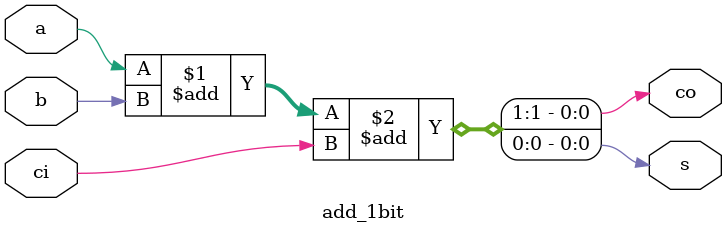
<source format=v>
module add_1bit(
  input a,b,ci,
	output s,co
  );
  
	assign {co,s} = a + b + ci;
	
endmodule

</source>
